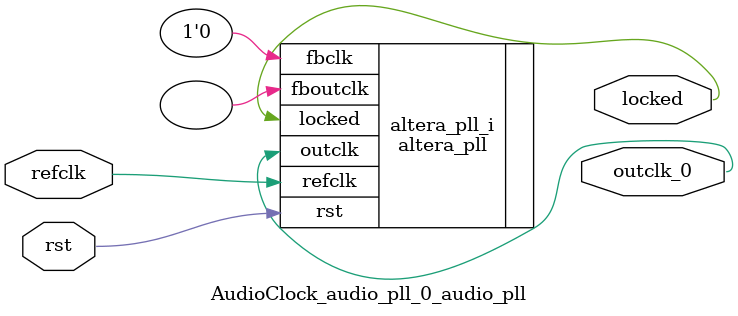
<source format=v>
`timescale 1ns/10ps
module  AudioClock_audio_pll_0_audio_pll(

	// interface 'refclk'
	input wire refclk,

	// interface 'reset'
	input wire rst,

	// interface 'outclk0'
	output wire outclk_0,

	// interface 'locked'
	output wire locked
);

	altera_pll #(
		.fractional_vco_multiplier("false"),
		.reference_clock_frequency("50.0 MHz"),
		.operation_mode("direct"),
		.number_of_clocks(1),
		.output_clock_frequency0("12.288135 MHz"),
		.phase_shift0("0 ps"),
		.duty_cycle0(50),
		.output_clock_frequency1("0 MHz"),
		.phase_shift1("0 ps"),
		.duty_cycle1(50),
		.output_clock_frequency2("0 MHz"),
		.phase_shift2("0 ps"),
		.duty_cycle2(50),
		.output_clock_frequency3("0 MHz"),
		.phase_shift3("0 ps"),
		.duty_cycle3(50),
		.output_clock_frequency4("0 MHz"),
		.phase_shift4("0 ps"),
		.duty_cycle4(50),
		.output_clock_frequency5("0 MHz"),
		.phase_shift5("0 ps"),
		.duty_cycle5(50),
		.output_clock_frequency6("0 MHz"),
		.phase_shift6("0 ps"),
		.duty_cycle6(50),
		.output_clock_frequency7("0 MHz"),
		.phase_shift7("0 ps"),
		.duty_cycle7(50),
		.output_clock_frequency8("0 MHz"),
		.phase_shift8("0 ps"),
		.duty_cycle8(50),
		.output_clock_frequency9("0 MHz"),
		.phase_shift9("0 ps"),
		.duty_cycle9(50),
		.output_clock_frequency10("0 MHz"),
		.phase_shift10("0 ps"),
		.duty_cycle10(50),
		.output_clock_frequency11("0 MHz"),
		.phase_shift11("0 ps"),
		.duty_cycle11(50),
		.output_clock_frequency12("0 MHz"),
		.phase_shift12("0 ps"),
		.duty_cycle12(50),
		.output_clock_frequency13("0 MHz"),
		.phase_shift13("0 ps"),
		.duty_cycle13(50),
		.output_clock_frequency14("0 MHz"),
		.phase_shift14("0 ps"),
		.duty_cycle14(50),
		.output_clock_frequency15("0 MHz"),
		.phase_shift15("0 ps"),
		.duty_cycle15(50),
		.output_clock_frequency16("0 MHz"),
		.phase_shift16("0 ps"),
		.duty_cycle16(50),
		.output_clock_frequency17("0 MHz"),
		.phase_shift17("0 ps"),
		.duty_cycle17(50),
		.pll_type("General"),
		.pll_subtype("General")
	) altera_pll_i (
		.rst	(rst),
		.outclk	({outclk_0}),
		.locked	(locked),
		.fboutclk	( ),
		.fbclk	(1'b0),
		.refclk	(refclk)
	);
endmodule


</source>
